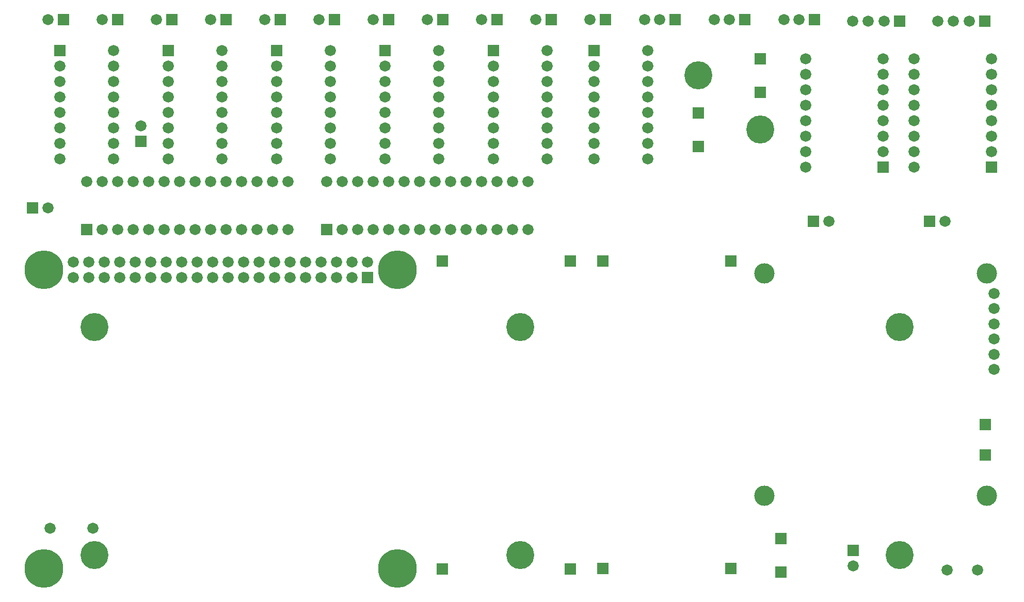
<source format=gbr>
G04 EAGLE Gerber RS-274X export*
G75*
%MOMM*%
%FSLAX34Y34*%
%LPD*%
%INSoldermask Top*%
%IPPOS*%
%AMOC8*
5,1,8,0,0,1.08239X$1,22.5*%
G01*
%ADD10R,1.828800X1.828800*%
%ADD11C,1.828800*%
%ADD12C,6.352400*%
%ADD13C,3.327400*%
%ADD14C,4.597400*%


D10*
X697386Y41124D03*
X907386Y41124D03*
X697386Y546124D03*
X907386Y546124D03*
X960784Y41632D03*
X1170784Y41632D03*
X960784Y546632D03*
X1170784Y546632D03*
D11*
X1054100Y942340D03*
X1029100Y942340D03*
D10*
X1079100Y942340D03*
D11*
X51000Y942340D03*
D10*
X76000Y942340D03*
D11*
X851100Y942340D03*
D10*
X876100Y942340D03*
D11*
X940000Y942340D03*
D10*
X965000Y942340D03*
D11*
X139900Y942340D03*
D10*
X164900Y942340D03*
D11*
X228800Y942340D03*
D10*
X253800Y942340D03*
D11*
X317700Y942340D03*
D10*
X342700Y942340D03*
D11*
X406600Y942340D03*
D10*
X431600Y942340D03*
D11*
X495500Y942340D03*
D10*
X520500Y942340D03*
D11*
X584400Y942340D03*
D10*
X609400Y942340D03*
D11*
X673300Y942340D03*
D10*
X698300Y942340D03*
D11*
X762200Y942340D03*
D10*
X787200Y942340D03*
X70300Y891540D03*
D11*
X70300Y866140D03*
X70300Y840740D03*
X70300Y815340D03*
X70300Y789940D03*
X70300Y764540D03*
X70300Y739140D03*
X70300Y713740D03*
X158300Y713740D03*
X158300Y739140D03*
X158300Y764540D03*
X158300Y789940D03*
X158300Y815340D03*
X158300Y840740D03*
X158300Y866140D03*
X158300Y891540D03*
D10*
X248100Y891540D03*
D11*
X248100Y866140D03*
X248100Y840740D03*
X248100Y815340D03*
X248100Y789940D03*
X248100Y764540D03*
X248100Y739140D03*
X248100Y713740D03*
X336100Y713740D03*
X336100Y739140D03*
X336100Y764540D03*
X336100Y789940D03*
X336100Y815340D03*
X336100Y840740D03*
X336100Y866140D03*
X336100Y891540D03*
D10*
X425900Y891540D03*
D11*
X425900Y866140D03*
X425900Y840740D03*
X425900Y815340D03*
X425900Y789940D03*
X425900Y764540D03*
X425900Y739140D03*
X425900Y713740D03*
X513900Y713740D03*
X513900Y739140D03*
X513900Y764540D03*
X513900Y789940D03*
X513900Y815340D03*
X513900Y840740D03*
X513900Y866140D03*
X513900Y891540D03*
D10*
X603700Y891540D03*
D11*
X603700Y866140D03*
X603700Y840740D03*
X603700Y815340D03*
X603700Y789940D03*
X603700Y764540D03*
X603700Y739140D03*
X603700Y713740D03*
X691700Y713740D03*
X691700Y739140D03*
X691700Y764540D03*
X691700Y789940D03*
X691700Y815340D03*
X691700Y840740D03*
X691700Y866140D03*
X691700Y891540D03*
D10*
X781500Y891540D03*
D11*
X781500Y866140D03*
X781500Y840740D03*
X781500Y815340D03*
X781500Y789940D03*
X781500Y764540D03*
X781500Y739140D03*
X781500Y713740D03*
X869500Y713740D03*
X869500Y739140D03*
X869500Y764540D03*
X869500Y789940D03*
X869500Y815340D03*
X869500Y840740D03*
X869500Y866140D03*
X869500Y891540D03*
D10*
X946600Y891540D03*
D11*
X946600Y866140D03*
X946600Y840740D03*
X946600Y815340D03*
X946600Y789940D03*
X946600Y764540D03*
X946600Y739140D03*
X946600Y713740D03*
X1034600Y713740D03*
X1034600Y739140D03*
X1034600Y764540D03*
X1034600Y789940D03*
X1034600Y815340D03*
X1034600Y840740D03*
X1034600Y866140D03*
X1034600Y891540D03*
D12*
X623680Y42020D03*
X43680Y42020D03*
X43680Y532020D03*
X623680Y532020D03*
D10*
X574980Y519320D03*
D11*
X549580Y519320D03*
X524180Y519320D03*
X498780Y519320D03*
X473380Y519320D03*
X447980Y519320D03*
X574980Y544720D03*
X549580Y544720D03*
X524180Y544720D03*
X498780Y544720D03*
X473380Y544720D03*
X447980Y544720D03*
X422580Y519320D03*
X422580Y544720D03*
X397180Y519320D03*
X371780Y519320D03*
X346380Y519320D03*
X320980Y519320D03*
X295580Y519320D03*
X270180Y519320D03*
X397180Y544720D03*
X371780Y544720D03*
X346380Y544720D03*
X320980Y544720D03*
X295580Y544720D03*
X270180Y544720D03*
X244780Y519320D03*
X244780Y544720D03*
X219380Y519320D03*
X193980Y519320D03*
X168580Y519320D03*
X143180Y519320D03*
X117780Y519320D03*
X92380Y519320D03*
X219380Y544720D03*
X193980Y544720D03*
X168580Y544720D03*
X143180Y544720D03*
X117780Y544720D03*
X92380Y544720D03*
X1420622Y776656D03*
X1293622Y776656D03*
X1420622Y802056D03*
X1420622Y827456D03*
X1420622Y852856D03*
X1420622Y878256D03*
X1420622Y751256D03*
X1420622Y725856D03*
D10*
X1420622Y700456D03*
D11*
X1293622Y751256D03*
X1293622Y725856D03*
X1293622Y700456D03*
X1293622Y802056D03*
X1293622Y827456D03*
X1293622Y852856D03*
X1293622Y878256D03*
X1168400Y942340D03*
X1143400Y942340D03*
D10*
X1193400Y942340D03*
D11*
X1598422Y776656D03*
X1471422Y776656D03*
X1598422Y802056D03*
X1598422Y827456D03*
X1598422Y852856D03*
X1598422Y878256D03*
X1598422Y751256D03*
X1598422Y725856D03*
D10*
X1598422Y700456D03*
D11*
X1471422Y751256D03*
X1471422Y725856D03*
X1471422Y700456D03*
X1471422Y802056D03*
X1471422Y827456D03*
X1471422Y852856D03*
X1471422Y878256D03*
X1282700Y942340D03*
X1257700Y942340D03*
D10*
X1307700Y942340D03*
X508000Y598190D03*
D11*
X533400Y598190D03*
X558800Y598190D03*
X584200Y598190D03*
X609600Y598190D03*
X635000Y598190D03*
X660400Y598190D03*
X685800Y598190D03*
X711200Y598190D03*
X736600Y598190D03*
X762000Y598190D03*
X787400Y598190D03*
X812800Y598190D03*
X838200Y598190D03*
X838200Y676890D03*
X812800Y676890D03*
X787400Y676890D03*
X762000Y676890D03*
X736600Y676890D03*
X711200Y676890D03*
X685800Y676890D03*
X660400Y676890D03*
X635000Y676890D03*
X609600Y676890D03*
X584200Y676890D03*
X558800Y676890D03*
X533400Y676890D03*
X508000Y676890D03*
D10*
X114300Y598190D03*
D11*
X139700Y598190D03*
X165100Y598190D03*
X190500Y598190D03*
X215900Y598190D03*
X241300Y598190D03*
X266700Y598190D03*
X292100Y598190D03*
X317500Y598190D03*
X342900Y598190D03*
X368300Y598190D03*
X393700Y598190D03*
X419100Y598190D03*
X444500Y598190D03*
X444500Y676890D03*
X419100Y676890D03*
X393700Y676890D03*
X368300Y676890D03*
X342900Y676890D03*
X317500Y676890D03*
X292100Y676890D03*
X266700Y676890D03*
X241300Y676890D03*
X215900Y676890D03*
X190500Y676890D03*
X165100Y676890D03*
X139700Y676890D03*
X114300Y676890D03*
D10*
X1497022Y611556D03*
D11*
X1522022Y611556D03*
D10*
X1306522Y611556D03*
D11*
X1331522Y611556D03*
D13*
X1590422Y525756D03*
X1225422Y525756D03*
X1225422Y160756D03*
X1590422Y160756D03*
D11*
X1602922Y493256D03*
X1602922Y468256D03*
X1602922Y443256D03*
X1602922Y418256D03*
X1602922Y393256D03*
X1602922Y368256D03*
D10*
X1587922Y278256D03*
X1587922Y228256D03*
X1252982Y90746D03*
X1252982Y35746D03*
D11*
X1575162Y39116D03*
X1525162Y39116D03*
D10*
X1447800Y939800D03*
D11*
X1422000Y939800D03*
X1396200Y939800D03*
X1370400Y939800D03*
D10*
X1587500Y939800D03*
D11*
X1561700Y939800D03*
X1535900Y939800D03*
X1510100Y939800D03*
D10*
X1219200Y823400D03*
X1219200Y878400D03*
X1117600Y789500D03*
X1117600Y734500D03*
D14*
X127000Y438150D03*
X127000Y63500D03*
X825500Y438150D03*
X825500Y63500D03*
X1447800Y438150D03*
X1447800Y63500D03*
X1117600Y850900D03*
X1219200Y762000D03*
D10*
X1371600Y71120D03*
D11*
X1371600Y45720D03*
D10*
X203200Y742950D03*
D11*
X203200Y768350D03*
D10*
X25400Y633730D03*
D11*
X50800Y633730D03*
X53900Y107950D03*
X123900Y107950D03*
M02*

</source>
